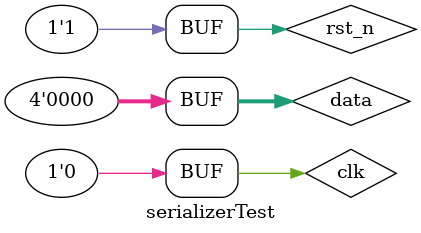
<source format=v>
`timescale 1ns / 1ps


module serializerTest;

	// Inputs
	reg [3:0] data;
	reg clk;
	reg rst_n;

	// Outputs
	wire  out;
	// Instantiate the Unit Under Test (UUT)
	serializer uut (
		.out(out), 
		.data(data), 
		.clk(clk), 
		.rst_n(rst_n)
	);

	initial begin
		// Initialize Inputs
		data = 0;
		clk = 0;
		rst_n = 0;

		// Wait 100 ns for global reset to finish
		#100;
        
		// Add stimulus here
		rst_n = 1;	data = 0;
		
		repeat(16)	begin
			#25	data = data + 1'b1;
					clk = ~clk;
			repeat(7)				
				#25	clk = ~clk;
		end
		
	end
      
endmodule


</source>
